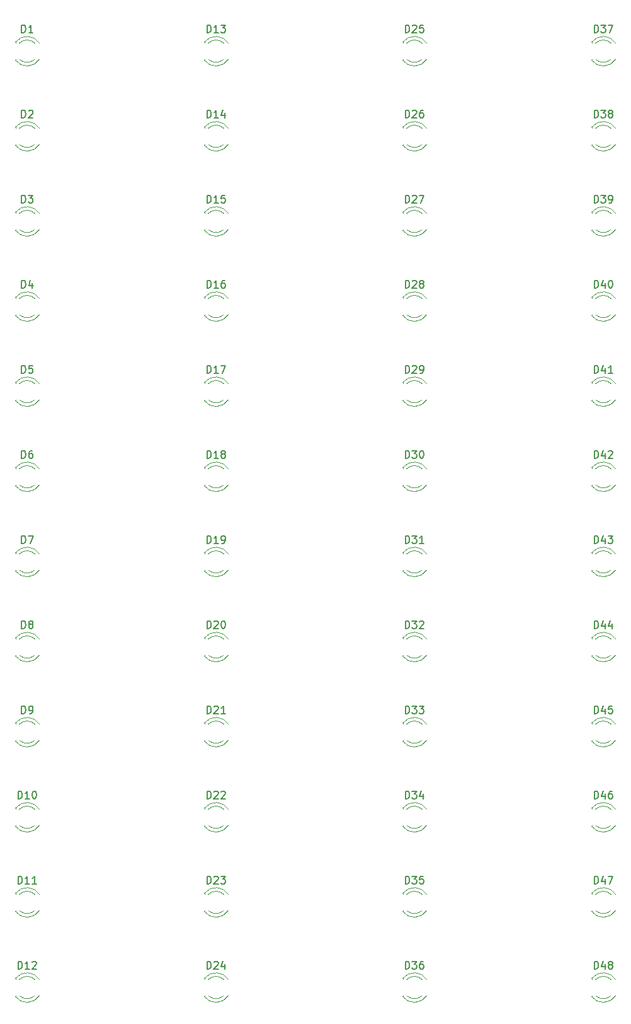
<source format=gbr>
G04 #@! TF.GenerationSoftware,KiCad,Pcbnew,(5.1.4)-1*
G04 #@! TF.CreationDate,2019-10-21T18:56:29-04:00*
G04 #@! TF.ProjectId,A-10C-CautionLED,412d3130-432d-4436-9175-74696f6e4c45,1*
G04 #@! TF.SameCoordinates,Original*
G04 #@! TF.FileFunction,Legend,Top*
G04 #@! TF.FilePolarity,Positive*
%FSLAX46Y46*%
G04 Gerber Fmt 4.6, Leading zero omitted, Abs format (unit mm)*
G04 Created by KiCad (PCBNEW (5.1.4)-1) date 2019-10-21 18:56:29*
%MOMM*%
%LPD*%
G04 APERTURE LIST*
%ADD10C,0.120000*%
%ADD11C,0.150000*%
G04 APERTURE END LIST*
D10*
X58130000Y-37910000D02*
X58130000Y-38066000D01*
X58130000Y-35594000D02*
X58130000Y-35750000D01*
X60731130Y-37909837D02*
G75*
G02X58649039Y-37910000I-1041130J1079837D01*
G01*
X60731130Y-35750163D02*
G75*
G03X58649039Y-35750000I-1041130J-1079837D01*
G01*
X61362335Y-37908608D02*
G75*
G02X58130000Y-38065516I-1672335J1078608D01*
G01*
X61362335Y-35751392D02*
G75*
G03X58130000Y-35594484I-1672335J-1078608D01*
G01*
X58130000Y-49340000D02*
X58130000Y-49496000D01*
X58130000Y-47024000D02*
X58130000Y-47180000D01*
X60731130Y-49339837D02*
G75*
G02X58649039Y-49340000I-1041130J1079837D01*
G01*
X60731130Y-47180163D02*
G75*
G03X58649039Y-47180000I-1041130J-1079837D01*
G01*
X61362335Y-49338608D02*
G75*
G02X58130000Y-49495516I-1672335J1078608D01*
G01*
X61362335Y-47181392D02*
G75*
G03X58130000Y-47024484I-1672335J-1078608D01*
G01*
X58130000Y-60770000D02*
X58130000Y-60926000D01*
X58130000Y-58454000D02*
X58130000Y-58610000D01*
X60731130Y-60769837D02*
G75*
G02X58649039Y-60770000I-1041130J1079837D01*
G01*
X60731130Y-58610163D02*
G75*
G03X58649039Y-58610000I-1041130J-1079837D01*
G01*
X61362335Y-60768608D02*
G75*
G02X58130000Y-60925516I-1672335J1078608D01*
G01*
X61362335Y-58611392D02*
G75*
G03X58130000Y-58454484I-1672335J-1078608D01*
G01*
X58130000Y-72200000D02*
X58130000Y-72356000D01*
X58130000Y-69884000D02*
X58130000Y-70040000D01*
X60731130Y-72199837D02*
G75*
G02X58649039Y-72200000I-1041130J1079837D01*
G01*
X60731130Y-70040163D02*
G75*
G03X58649039Y-70040000I-1041130J-1079837D01*
G01*
X61362335Y-72198608D02*
G75*
G02X58130000Y-72355516I-1672335J1078608D01*
G01*
X61362335Y-70041392D02*
G75*
G03X58130000Y-69884484I-1672335J-1078608D01*
G01*
X61362335Y-81471392D02*
G75*
G03X58130000Y-81314484I-1672335J-1078608D01*
G01*
X61362335Y-83628608D02*
G75*
G02X58130000Y-83785516I-1672335J1078608D01*
G01*
X60731130Y-81470163D02*
G75*
G03X58649039Y-81470000I-1041130J-1079837D01*
G01*
X60731130Y-83629837D02*
G75*
G02X58649039Y-83630000I-1041130J1079837D01*
G01*
X58130000Y-81314000D02*
X58130000Y-81470000D01*
X58130000Y-83630000D02*
X58130000Y-83786000D01*
X61362335Y-92901392D02*
G75*
G03X58130000Y-92744484I-1672335J-1078608D01*
G01*
X61362335Y-95058608D02*
G75*
G02X58130000Y-95215516I-1672335J1078608D01*
G01*
X60731130Y-92900163D02*
G75*
G03X58649039Y-92900000I-1041130J-1079837D01*
G01*
X60731130Y-95059837D02*
G75*
G02X58649039Y-95060000I-1041130J1079837D01*
G01*
X58130000Y-92744000D02*
X58130000Y-92900000D01*
X58130000Y-95060000D02*
X58130000Y-95216000D01*
X61362335Y-104331392D02*
G75*
G03X58130000Y-104174484I-1672335J-1078608D01*
G01*
X61362335Y-106488608D02*
G75*
G02X58130000Y-106645516I-1672335J1078608D01*
G01*
X60731130Y-104330163D02*
G75*
G03X58649039Y-104330000I-1041130J-1079837D01*
G01*
X60731130Y-106489837D02*
G75*
G02X58649039Y-106490000I-1041130J1079837D01*
G01*
X58130000Y-104174000D02*
X58130000Y-104330000D01*
X58130000Y-106490000D02*
X58130000Y-106646000D01*
X58130000Y-117920000D02*
X58130000Y-118076000D01*
X58130000Y-115604000D02*
X58130000Y-115760000D01*
X60731130Y-117919837D02*
G75*
G02X58649039Y-117920000I-1041130J1079837D01*
G01*
X60731130Y-115760163D02*
G75*
G03X58649039Y-115760000I-1041130J-1079837D01*
G01*
X61362335Y-117918608D02*
G75*
G02X58130000Y-118075516I-1672335J1078608D01*
G01*
X61362335Y-115761392D02*
G75*
G03X58130000Y-115604484I-1672335J-1078608D01*
G01*
X58130000Y-129350000D02*
X58130000Y-129506000D01*
X58130000Y-127034000D02*
X58130000Y-127190000D01*
X60731130Y-129349837D02*
G75*
G02X58649039Y-129350000I-1041130J1079837D01*
G01*
X60731130Y-127190163D02*
G75*
G03X58649039Y-127190000I-1041130J-1079837D01*
G01*
X61362335Y-129348608D02*
G75*
G02X58130000Y-129505516I-1672335J1078608D01*
G01*
X61362335Y-127191392D02*
G75*
G03X58130000Y-127034484I-1672335J-1078608D01*
G01*
X58130000Y-140780000D02*
X58130000Y-140936000D01*
X58130000Y-138464000D02*
X58130000Y-138620000D01*
X60731130Y-140779837D02*
G75*
G02X58649039Y-140780000I-1041130J1079837D01*
G01*
X60731130Y-138620163D02*
G75*
G03X58649039Y-138620000I-1041130J-1079837D01*
G01*
X61362335Y-140778608D02*
G75*
G02X58130000Y-140935516I-1672335J1078608D01*
G01*
X61362335Y-138621392D02*
G75*
G03X58130000Y-138464484I-1672335J-1078608D01*
G01*
X58130000Y-152210000D02*
X58130000Y-152366000D01*
X58130000Y-149894000D02*
X58130000Y-150050000D01*
X60731130Y-152209837D02*
G75*
G02X58649039Y-152210000I-1041130J1079837D01*
G01*
X60731130Y-150050163D02*
G75*
G03X58649039Y-150050000I-1041130J-1079837D01*
G01*
X61362335Y-152208608D02*
G75*
G02X58130000Y-152365516I-1672335J1078608D01*
G01*
X61362335Y-150051392D02*
G75*
G03X58130000Y-149894484I-1672335J-1078608D01*
G01*
X61362335Y-161481392D02*
G75*
G03X58130000Y-161324484I-1672335J-1078608D01*
G01*
X61362335Y-163638608D02*
G75*
G02X58130000Y-163795516I-1672335J1078608D01*
G01*
X60731130Y-161480163D02*
G75*
G03X58649039Y-161480000I-1041130J-1079837D01*
G01*
X60731130Y-163639837D02*
G75*
G02X58649039Y-163640000I-1041130J1079837D01*
G01*
X58130000Y-161324000D02*
X58130000Y-161480000D01*
X58130000Y-163640000D02*
X58130000Y-163796000D01*
X86762335Y-35751392D02*
G75*
G03X83530000Y-35594484I-1672335J-1078608D01*
G01*
X86762335Y-37908608D02*
G75*
G02X83530000Y-38065516I-1672335J1078608D01*
G01*
X86131130Y-35750163D02*
G75*
G03X84049039Y-35750000I-1041130J-1079837D01*
G01*
X86131130Y-37909837D02*
G75*
G02X84049039Y-37910000I-1041130J1079837D01*
G01*
X83530000Y-35594000D02*
X83530000Y-35750000D01*
X83530000Y-37910000D02*
X83530000Y-38066000D01*
X86762335Y-47181392D02*
G75*
G03X83530000Y-47024484I-1672335J-1078608D01*
G01*
X86762335Y-49338608D02*
G75*
G02X83530000Y-49495516I-1672335J1078608D01*
G01*
X86131130Y-47180163D02*
G75*
G03X84049039Y-47180000I-1041130J-1079837D01*
G01*
X86131130Y-49339837D02*
G75*
G02X84049039Y-49340000I-1041130J1079837D01*
G01*
X83530000Y-47024000D02*
X83530000Y-47180000D01*
X83530000Y-49340000D02*
X83530000Y-49496000D01*
X86762335Y-58611392D02*
G75*
G03X83530000Y-58454484I-1672335J-1078608D01*
G01*
X86762335Y-60768608D02*
G75*
G02X83530000Y-60925516I-1672335J1078608D01*
G01*
X86131130Y-58610163D02*
G75*
G03X84049039Y-58610000I-1041130J-1079837D01*
G01*
X86131130Y-60769837D02*
G75*
G02X84049039Y-60770000I-1041130J1079837D01*
G01*
X83530000Y-58454000D02*
X83530000Y-58610000D01*
X83530000Y-60770000D02*
X83530000Y-60926000D01*
X86762335Y-70041392D02*
G75*
G03X83530000Y-69884484I-1672335J-1078608D01*
G01*
X86762335Y-72198608D02*
G75*
G02X83530000Y-72355516I-1672335J1078608D01*
G01*
X86131130Y-70040163D02*
G75*
G03X84049039Y-70040000I-1041130J-1079837D01*
G01*
X86131130Y-72199837D02*
G75*
G02X84049039Y-72200000I-1041130J1079837D01*
G01*
X83530000Y-69884000D02*
X83530000Y-70040000D01*
X83530000Y-72200000D02*
X83530000Y-72356000D01*
X83530000Y-83630000D02*
X83530000Y-83786000D01*
X83530000Y-81314000D02*
X83530000Y-81470000D01*
X86131130Y-83629837D02*
G75*
G02X84049039Y-83630000I-1041130J1079837D01*
G01*
X86131130Y-81470163D02*
G75*
G03X84049039Y-81470000I-1041130J-1079837D01*
G01*
X86762335Y-83628608D02*
G75*
G02X83530000Y-83785516I-1672335J1078608D01*
G01*
X86762335Y-81471392D02*
G75*
G03X83530000Y-81314484I-1672335J-1078608D01*
G01*
X83530000Y-95060000D02*
X83530000Y-95216000D01*
X83530000Y-92744000D02*
X83530000Y-92900000D01*
X86131130Y-95059837D02*
G75*
G02X84049039Y-95060000I-1041130J1079837D01*
G01*
X86131130Y-92900163D02*
G75*
G03X84049039Y-92900000I-1041130J-1079837D01*
G01*
X86762335Y-95058608D02*
G75*
G02X83530000Y-95215516I-1672335J1078608D01*
G01*
X86762335Y-92901392D02*
G75*
G03X83530000Y-92744484I-1672335J-1078608D01*
G01*
X83530000Y-106490000D02*
X83530000Y-106646000D01*
X83530000Y-104174000D02*
X83530000Y-104330000D01*
X86131130Y-106489837D02*
G75*
G02X84049039Y-106490000I-1041130J1079837D01*
G01*
X86131130Y-104330163D02*
G75*
G03X84049039Y-104330000I-1041130J-1079837D01*
G01*
X86762335Y-106488608D02*
G75*
G02X83530000Y-106645516I-1672335J1078608D01*
G01*
X86762335Y-104331392D02*
G75*
G03X83530000Y-104174484I-1672335J-1078608D01*
G01*
X86762335Y-115761392D02*
G75*
G03X83530000Y-115604484I-1672335J-1078608D01*
G01*
X86762335Y-117918608D02*
G75*
G02X83530000Y-118075516I-1672335J1078608D01*
G01*
X86131130Y-115760163D02*
G75*
G03X84049039Y-115760000I-1041130J-1079837D01*
G01*
X86131130Y-117919837D02*
G75*
G02X84049039Y-117920000I-1041130J1079837D01*
G01*
X83530000Y-115604000D02*
X83530000Y-115760000D01*
X83530000Y-117920000D02*
X83530000Y-118076000D01*
X86762335Y-127191392D02*
G75*
G03X83530000Y-127034484I-1672335J-1078608D01*
G01*
X86762335Y-129348608D02*
G75*
G02X83530000Y-129505516I-1672335J1078608D01*
G01*
X86131130Y-127190163D02*
G75*
G03X84049039Y-127190000I-1041130J-1079837D01*
G01*
X86131130Y-129349837D02*
G75*
G02X84049039Y-129350000I-1041130J1079837D01*
G01*
X83530000Y-127034000D02*
X83530000Y-127190000D01*
X83530000Y-129350000D02*
X83530000Y-129506000D01*
X86762335Y-138621392D02*
G75*
G03X83530000Y-138464484I-1672335J-1078608D01*
G01*
X86762335Y-140778608D02*
G75*
G02X83530000Y-140935516I-1672335J1078608D01*
G01*
X86131130Y-138620163D02*
G75*
G03X84049039Y-138620000I-1041130J-1079837D01*
G01*
X86131130Y-140779837D02*
G75*
G02X84049039Y-140780000I-1041130J1079837D01*
G01*
X83530000Y-138464000D02*
X83530000Y-138620000D01*
X83530000Y-140780000D02*
X83530000Y-140936000D01*
X86762335Y-150051392D02*
G75*
G03X83530000Y-149894484I-1672335J-1078608D01*
G01*
X86762335Y-152208608D02*
G75*
G02X83530000Y-152365516I-1672335J1078608D01*
G01*
X86131130Y-150050163D02*
G75*
G03X84049039Y-150050000I-1041130J-1079837D01*
G01*
X86131130Y-152209837D02*
G75*
G02X84049039Y-152210000I-1041130J1079837D01*
G01*
X83530000Y-149894000D02*
X83530000Y-150050000D01*
X83530000Y-152210000D02*
X83530000Y-152366000D01*
X86762335Y-161481392D02*
G75*
G03X83530000Y-161324484I-1672335J-1078608D01*
G01*
X86762335Y-163638608D02*
G75*
G02X83530000Y-163795516I-1672335J1078608D01*
G01*
X86131130Y-161480163D02*
G75*
G03X84049039Y-161480000I-1041130J-1079837D01*
G01*
X86131130Y-163639837D02*
G75*
G02X84049039Y-163640000I-1041130J1079837D01*
G01*
X83530000Y-161324000D02*
X83530000Y-161480000D01*
X83530000Y-163640000D02*
X83530000Y-163796000D01*
X110200000Y-37910000D02*
X110200000Y-38066000D01*
X110200000Y-35594000D02*
X110200000Y-35750000D01*
X112801130Y-37909837D02*
G75*
G02X110719039Y-37910000I-1041130J1079837D01*
G01*
X112801130Y-35750163D02*
G75*
G03X110719039Y-35750000I-1041130J-1079837D01*
G01*
X113432335Y-37908608D02*
G75*
G02X110200000Y-38065516I-1672335J1078608D01*
G01*
X113432335Y-35751392D02*
G75*
G03X110200000Y-35594484I-1672335J-1078608D01*
G01*
X110200000Y-49340000D02*
X110200000Y-49496000D01*
X110200000Y-47024000D02*
X110200000Y-47180000D01*
X112801130Y-49339837D02*
G75*
G02X110719039Y-49340000I-1041130J1079837D01*
G01*
X112801130Y-47180163D02*
G75*
G03X110719039Y-47180000I-1041130J-1079837D01*
G01*
X113432335Y-49338608D02*
G75*
G02X110200000Y-49495516I-1672335J1078608D01*
G01*
X113432335Y-47181392D02*
G75*
G03X110200000Y-47024484I-1672335J-1078608D01*
G01*
X110200000Y-60770000D02*
X110200000Y-60926000D01*
X110200000Y-58454000D02*
X110200000Y-58610000D01*
X112801130Y-60769837D02*
G75*
G02X110719039Y-60770000I-1041130J1079837D01*
G01*
X112801130Y-58610163D02*
G75*
G03X110719039Y-58610000I-1041130J-1079837D01*
G01*
X113432335Y-60768608D02*
G75*
G02X110200000Y-60925516I-1672335J1078608D01*
G01*
X113432335Y-58611392D02*
G75*
G03X110200000Y-58454484I-1672335J-1078608D01*
G01*
X110200000Y-72200000D02*
X110200000Y-72356000D01*
X110200000Y-69884000D02*
X110200000Y-70040000D01*
X112801130Y-72199837D02*
G75*
G02X110719039Y-72200000I-1041130J1079837D01*
G01*
X112801130Y-70040163D02*
G75*
G03X110719039Y-70040000I-1041130J-1079837D01*
G01*
X113432335Y-72198608D02*
G75*
G02X110200000Y-72355516I-1672335J1078608D01*
G01*
X113432335Y-70041392D02*
G75*
G03X110200000Y-69884484I-1672335J-1078608D01*
G01*
X113432335Y-81471392D02*
G75*
G03X110200000Y-81314484I-1672335J-1078608D01*
G01*
X113432335Y-83628608D02*
G75*
G02X110200000Y-83785516I-1672335J1078608D01*
G01*
X112801130Y-81470163D02*
G75*
G03X110719039Y-81470000I-1041130J-1079837D01*
G01*
X112801130Y-83629837D02*
G75*
G02X110719039Y-83630000I-1041130J1079837D01*
G01*
X110200000Y-81314000D02*
X110200000Y-81470000D01*
X110200000Y-83630000D02*
X110200000Y-83786000D01*
X113432335Y-92901392D02*
G75*
G03X110200000Y-92744484I-1672335J-1078608D01*
G01*
X113432335Y-95058608D02*
G75*
G02X110200000Y-95215516I-1672335J1078608D01*
G01*
X112801130Y-92900163D02*
G75*
G03X110719039Y-92900000I-1041130J-1079837D01*
G01*
X112801130Y-95059837D02*
G75*
G02X110719039Y-95060000I-1041130J1079837D01*
G01*
X110200000Y-92744000D02*
X110200000Y-92900000D01*
X110200000Y-95060000D02*
X110200000Y-95216000D01*
X113432335Y-104331392D02*
G75*
G03X110200000Y-104174484I-1672335J-1078608D01*
G01*
X113432335Y-106488608D02*
G75*
G02X110200000Y-106645516I-1672335J1078608D01*
G01*
X112801130Y-104330163D02*
G75*
G03X110719039Y-104330000I-1041130J-1079837D01*
G01*
X112801130Y-106489837D02*
G75*
G02X110719039Y-106490000I-1041130J1079837D01*
G01*
X110200000Y-104174000D02*
X110200000Y-104330000D01*
X110200000Y-106490000D02*
X110200000Y-106646000D01*
X110200000Y-117920000D02*
X110200000Y-118076000D01*
X110200000Y-115604000D02*
X110200000Y-115760000D01*
X112801130Y-117919837D02*
G75*
G02X110719039Y-117920000I-1041130J1079837D01*
G01*
X112801130Y-115760163D02*
G75*
G03X110719039Y-115760000I-1041130J-1079837D01*
G01*
X113432335Y-117918608D02*
G75*
G02X110200000Y-118075516I-1672335J1078608D01*
G01*
X113432335Y-115761392D02*
G75*
G03X110200000Y-115604484I-1672335J-1078608D01*
G01*
X113432335Y-127191392D02*
G75*
G03X110200000Y-127034484I-1672335J-1078608D01*
G01*
X113432335Y-129348608D02*
G75*
G02X110200000Y-129505516I-1672335J1078608D01*
G01*
X112801130Y-127190163D02*
G75*
G03X110719039Y-127190000I-1041130J-1079837D01*
G01*
X112801130Y-129349837D02*
G75*
G02X110719039Y-129350000I-1041130J1079837D01*
G01*
X110200000Y-127034000D02*
X110200000Y-127190000D01*
X110200000Y-129350000D02*
X110200000Y-129506000D01*
X110200000Y-140780000D02*
X110200000Y-140936000D01*
X110200000Y-138464000D02*
X110200000Y-138620000D01*
X112801130Y-140779837D02*
G75*
G02X110719039Y-140780000I-1041130J1079837D01*
G01*
X112801130Y-138620163D02*
G75*
G03X110719039Y-138620000I-1041130J-1079837D01*
G01*
X113432335Y-140778608D02*
G75*
G02X110200000Y-140935516I-1672335J1078608D01*
G01*
X113432335Y-138621392D02*
G75*
G03X110200000Y-138464484I-1672335J-1078608D01*
G01*
X113432335Y-150051392D02*
G75*
G03X110200000Y-149894484I-1672335J-1078608D01*
G01*
X113432335Y-152208608D02*
G75*
G02X110200000Y-152365516I-1672335J1078608D01*
G01*
X112801130Y-150050163D02*
G75*
G03X110719039Y-150050000I-1041130J-1079837D01*
G01*
X112801130Y-152209837D02*
G75*
G02X110719039Y-152210000I-1041130J1079837D01*
G01*
X110200000Y-149894000D02*
X110200000Y-150050000D01*
X110200000Y-152210000D02*
X110200000Y-152366000D01*
X110200000Y-163640000D02*
X110200000Y-163796000D01*
X110200000Y-161324000D02*
X110200000Y-161480000D01*
X112801130Y-163639837D02*
G75*
G02X110719039Y-163640000I-1041130J1079837D01*
G01*
X112801130Y-161480163D02*
G75*
G03X110719039Y-161480000I-1041130J-1079837D01*
G01*
X113432335Y-163638608D02*
G75*
G02X110200000Y-163795516I-1672335J1078608D01*
G01*
X113432335Y-161481392D02*
G75*
G03X110200000Y-161324484I-1672335J-1078608D01*
G01*
X138832335Y-35751392D02*
G75*
G03X135600000Y-35594484I-1672335J-1078608D01*
G01*
X138832335Y-37908608D02*
G75*
G02X135600000Y-38065516I-1672335J1078608D01*
G01*
X138201130Y-35750163D02*
G75*
G03X136119039Y-35750000I-1041130J-1079837D01*
G01*
X138201130Y-37909837D02*
G75*
G02X136119039Y-37910000I-1041130J1079837D01*
G01*
X135600000Y-35594000D02*
X135600000Y-35750000D01*
X135600000Y-37910000D02*
X135600000Y-38066000D01*
X138832335Y-47181392D02*
G75*
G03X135600000Y-47024484I-1672335J-1078608D01*
G01*
X138832335Y-49338608D02*
G75*
G02X135600000Y-49495516I-1672335J1078608D01*
G01*
X138201130Y-47180163D02*
G75*
G03X136119039Y-47180000I-1041130J-1079837D01*
G01*
X138201130Y-49339837D02*
G75*
G02X136119039Y-49340000I-1041130J1079837D01*
G01*
X135600000Y-47024000D02*
X135600000Y-47180000D01*
X135600000Y-49340000D02*
X135600000Y-49496000D01*
X138832335Y-58611392D02*
G75*
G03X135600000Y-58454484I-1672335J-1078608D01*
G01*
X138832335Y-60768608D02*
G75*
G02X135600000Y-60925516I-1672335J1078608D01*
G01*
X138201130Y-58610163D02*
G75*
G03X136119039Y-58610000I-1041130J-1079837D01*
G01*
X138201130Y-60769837D02*
G75*
G02X136119039Y-60770000I-1041130J1079837D01*
G01*
X135600000Y-58454000D02*
X135600000Y-58610000D01*
X135600000Y-60770000D02*
X135600000Y-60926000D01*
X138832335Y-70041392D02*
G75*
G03X135600000Y-69884484I-1672335J-1078608D01*
G01*
X138832335Y-72198608D02*
G75*
G02X135600000Y-72355516I-1672335J1078608D01*
G01*
X138201130Y-70040163D02*
G75*
G03X136119039Y-70040000I-1041130J-1079837D01*
G01*
X138201130Y-72199837D02*
G75*
G02X136119039Y-72200000I-1041130J1079837D01*
G01*
X135600000Y-69884000D02*
X135600000Y-70040000D01*
X135600000Y-72200000D02*
X135600000Y-72356000D01*
X135600000Y-83630000D02*
X135600000Y-83786000D01*
X135600000Y-81314000D02*
X135600000Y-81470000D01*
X138201130Y-83629837D02*
G75*
G02X136119039Y-83630000I-1041130J1079837D01*
G01*
X138201130Y-81470163D02*
G75*
G03X136119039Y-81470000I-1041130J-1079837D01*
G01*
X138832335Y-83628608D02*
G75*
G02X135600000Y-83785516I-1672335J1078608D01*
G01*
X138832335Y-81471392D02*
G75*
G03X135600000Y-81314484I-1672335J-1078608D01*
G01*
X135600000Y-95060000D02*
X135600000Y-95216000D01*
X135600000Y-92744000D02*
X135600000Y-92900000D01*
X138201130Y-95059837D02*
G75*
G02X136119039Y-95060000I-1041130J1079837D01*
G01*
X138201130Y-92900163D02*
G75*
G03X136119039Y-92900000I-1041130J-1079837D01*
G01*
X138832335Y-95058608D02*
G75*
G02X135600000Y-95215516I-1672335J1078608D01*
G01*
X138832335Y-92901392D02*
G75*
G03X135600000Y-92744484I-1672335J-1078608D01*
G01*
X135600000Y-106490000D02*
X135600000Y-106646000D01*
X135600000Y-104174000D02*
X135600000Y-104330000D01*
X138201130Y-106489837D02*
G75*
G02X136119039Y-106490000I-1041130J1079837D01*
G01*
X138201130Y-104330163D02*
G75*
G03X136119039Y-104330000I-1041130J-1079837D01*
G01*
X138832335Y-106488608D02*
G75*
G02X135600000Y-106645516I-1672335J1078608D01*
G01*
X138832335Y-104331392D02*
G75*
G03X135600000Y-104174484I-1672335J-1078608D01*
G01*
X135600000Y-117920000D02*
X135600000Y-118076000D01*
X135600000Y-115604000D02*
X135600000Y-115760000D01*
X138201130Y-117919837D02*
G75*
G02X136119039Y-117920000I-1041130J1079837D01*
G01*
X138201130Y-115760163D02*
G75*
G03X136119039Y-115760000I-1041130J-1079837D01*
G01*
X138832335Y-117918608D02*
G75*
G02X135600000Y-118075516I-1672335J1078608D01*
G01*
X138832335Y-115761392D02*
G75*
G03X135600000Y-115604484I-1672335J-1078608D01*
G01*
X135600000Y-129350000D02*
X135600000Y-129506000D01*
X135600000Y-127034000D02*
X135600000Y-127190000D01*
X138201130Y-129349837D02*
G75*
G02X136119039Y-129350000I-1041130J1079837D01*
G01*
X138201130Y-127190163D02*
G75*
G03X136119039Y-127190000I-1041130J-1079837D01*
G01*
X138832335Y-129348608D02*
G75*
G02X135600000Y-129505516I-1672335J1078608D01*
G01*
X138832335Y-127191392D02*
G75*
G03X135600000Y-127034484I-1672335J-1078608D01*
G01*
X138832335Y-138621392D02*
G75*
G03X135600000Y-138464484I-1672335J-1078608D01*
G01*
X138832335Y-140778608D02*
G75*
G02X135600000Y-140935516I-1672335J1078608D01*
G01*
X138201130Y-138620163D02*
G75*
G03X136119039Y-138620000I-1041130J-1079837D01*
G01*
X138201130Y-140779837D02*
G75*
G02X136119039Y-140780000I-1041130J1079837D01*
G01*
X135600000Y-138464000D02*
X135600000Y-138620000D01*
X135600000Y-140780000D02*
X135600000Y-140936000D01*
X138832335Y-150051392D02*
G75*
G03X135600000Y-149894484I-1672335J-1078608D01*
G01*
X138832335Y-152208608D02*
G75*
G02X135600000Y-152365516I-1672335J1078608D01*
G01*
X138201130Y-150050163D02*
G75*
G03X136119039Y-150050000I-1041130J-1079837D01*
G01*
X138201130Y-152209837D02*
G75*
G02X136119039Y-152210000I-1041130J1079837D01*
G01*
X135600000Y-149894000D02*
X135600000Y-150050000D01*
X135600000Y-152210000D02*
X135600000Y-152366000D01*
X135600000Y-163640000D02*
X135600000Y-163796000D01*
X135600000Y-161324000D02*
X135600000Y-161480000D01*
X138201130Y-163639837D02*
G75*
G02X136119039Y-163640000I-1041130J1079837D01*
G01*
X138201130Y-161480163D02*
G75*
G03X136119039Y-161480000I-1041130J-1079837D01*
G01*
X138832335Y-163638608D02*
G75*
G02X135600000Y-163795516I-1672335J1078608D01*
G01*
X138832335Y-161481392D02*
G75*
G03X135600000Y-161324484I-1672335J-1078608D01*
G01*
D11*
X58951904Y-34322380D02*
X58951904Y-33322380D01*
X59190000Y-33322380D01*
X59332857Y-33370000D01*
X59428095Y-33465238D01*
X59475714Y-33560476D01*
X59523333Y-33750952D01*
X59523333Y-33893809D01*
X59475714Y-34084285D01*
X59428095Y-34179523D01*
X59332857Y-34274761D01*
X59190000Y-34322380D01*
X58951904Y-34322380D01*
X60475714Y-34322380D02*
X59904285Y-34322380D01*
X60190000Y-34322380D02*
X60190000Y-33322380D01*
X60094761Y-33465238D01*
X59999523Y-33560476D01*
X59904285Y-33608095D01*
X58951904Y-45752380D02*
X58951904Y-44752380D01*
X59190000Y-44752380D01*
X59332857Y-44800000D01*
X59428095Y-44895238D01*
X59475714Y-44990476D01*
X59523333Y-45180952D01*
X59523333Y-45323809D01*
X59475714Y-45514285D01*
X59428095Y-45609523D01*
X59332857Y-45704761D01*
X59190000Y-45752380D01*
X58951904Y-45752380D01*
X59904285Y-44847619D02*
X59951904Y-44800000D01*
X60047142Y-44752380D01*
X60285238Y-44752380D01*
X60380476Y-44800000D01*
X60428095Y-44847619D01*
X60475714Y-44942857D01*
X60475714Y-45038095D01*
X60428095Y-45180952D01*
X59856666Y-45752380D01*
X60475714Y-45752380D01*
X58951904Y-57182380D02*
X58951904Y-56182380D01*
X59190000Y-56182380D01*
X59332857Y-56230000D01*
X59428095Y-56325238D01*
X59475714Y-56420476D01*
X59523333Y-56610952D01*
X59523333Y-56753809D01*
X59475714Y-56944285D01*
X59428095Y-57039523D01*
X59332857Y-57134761D01*
X59190000Y-57182380D01*
X58951904Y-57182380D01*
X59856666Y-56182380D02*
X60475714Y-56182380D01*
X60142380Y-56563333D01*
X60285238Y-56563333D01*
X60380476Y-56610952D01*
X60428095Y-56658571D01*
X60475714Y-56753809D01*
X60475714Y-56991904D01*
X60428095Y-57087142D01*
X60380476Y-57134761D01*
X60285238Y-57182380D01*
X59999523Y-57182380D01*
X59904285Y-57134761D01*
X59856666Y-57087142D01*
X58951904Y-68612380D02*
X58951904Y-67612380D01*
X59190000Y-67612380D01*
X59332857Y-67660000D01*
X59428095Y-67755238D01*
X59475714Y-67850476D01*
X59523333Y-68040952D01*
X59523333Y-68183809D01*
X59475714Y-68374285D01*
X59428095Y-68469523D01*
X59332857Y-68564761D01*
X59190000Y-68612380D01*
X58951904Y-68612380D01*
X60380476Y-67945714D02*
X60380476Y-68612380D01*
X60142380Y-67564761D02*
X59904285Y-68279047D01*
X60523333Y-68279047D01*
X58951904Y-80042380D02*
X58951904Y-79042380D01*
X59190000Y-79042380D01*
X59332857Y-79090000D01*
X59428095Y-79185238D01*
X59475714Y-79280476D01*
X59523333Y-79470952D01*
X59523333Y-79613809D01*
X59475714Y-79804285D01*
X59428095Y-79899523D01*
X59332857Y-79994761D01*
X59190000Y-80042380D01*
X58951904Y-80042380D01*
X60428095Y-79042380D02*
X59951904Y-79042380D01*
X59904285Y-79518571D01*
X59951904Y-79470952D01*
X60047142Y-79423333D01*
X60285238Y-79423333D01*
X60380476Y-79470952D01*
X60428095Y-79518571D01*
X60475714Y-79613809D01*
X60475714Y-79851904D01*
X60428095Y-79947142D01*
X60380476Y-79994761D01*
X60285238Y-80042380D01*
X60047142Y-80042380D01*
X59951904Y-79994761D01*
X59904285Y-79947142D01*
X58951904Y-91472380D02*
X58951904Y-90472380D01*
X59190000Y-90472380D01*
X59332857Y-90520000D01*
X59428095Y-90615238D01*
X59475714Y-90710476D01*
X59523333Y-90900952D01*
X59523333Y-91043809D01*
X59475714Y-91234285D01*
X59428095Y-91329523D01*
X59332857Y-91424761D01*
X59190000Y-91472380D01*
X58951904Y-91472380D01*
X60380476Y-90472380D02*
X60190000Y-90472380D01*
X60094761Y-90520000D01*
X60047142Y-90567619D01*
X59951904Y-90710476D01*
X59904285Y-90900952D01*
X59904285Y-91281904D01*
X59951904Y-91377142D01*
X59999523Y-91424761D01*
X60094761Y-91472380D01*
X60285238Y-91472380D01*
X60380476Y-91424761D01*
X60428095Y-91377142D01*
X60475714Y-91281904D01*
X60475714Y-91043809D01*
X60428095Y-90948571D01*
X60380476Y-90900952D01*
X60285238Y-90853333D01*
X60094761Y-90853333D01*
X59999523Y-90900952D01*
X59951904Y-90948571D01*
X59904285Y-91043809D01*
X58951904Y-102902380D02*
X58951904Y-101902380D01*
X59190000Y-101902380D01*
X59332857Y-101950000D01*
X59428095Y-102045238D01*
X59475714Y-102140476D01*
X59523333Y-102330952D01*
X59523333Y-102473809D01*
X59475714Y-102664285D01*
X59428095Y-102759523D01*
X59332857Y-102854761D01*
X59190000Y-102902380D01*
X58951904Y-102902380D01*
X59856666Y-101902380D02*
X60523333Y-101902380D01*
X60094761Y-102902380D01*
X58951904Y-114332380D02*
X58951904Y-113332380D01*
X59190000Y-113332380D01*
X59332857Y-113380000D01*
X59428095Y-113475238D01*
X59475714Y-113570476D01*
X59523333Y-113760952D01*
X59523333Y-113903809D01*
X59475714Y-114094285D01*
X59428095Y-114189523D01*
X59332857Y-114284761D01*
X59190000Y-114332380D01*
X58951904Y-114332380D01*
X60094761Y-113760952D02*
X59999523Y-113713333D01*
X59951904Y-113665714D01*
X59904285Y-113570476D01*
X59904285Y-113522857D01*
X59951904Y-113427619D01*
X59999523Y-113380000D01*
X60094761Y-113332380D01*
X60285238Y-113332380D01*
X60380476Y-113380000D01*
X60428095Y-113427619D01*
X60475714Y-113522857D01*
X60475714Y-113570476D01*
X60428095Y-113665714D01*
X60380476Y-113713333D01*
X60285238Y-113760952D01*
X60094761Y-113760952D01*
X59999523Y-113808571D01*
X59951904Y-113856190D01*
X59904285Y-113951428D01*
X59904285Y-114141904D01*
X59951904Y-114237142D01*
X59999523Y-114284761D01*
X60094761Y-114332380D01*
X60285238Y-114332380D01*
X60380476Y-114284761D01*
X60428095Y-114237142D01*
X60475714Y-114141904D01*
X60475714Y-113951428D01*
X60428095Y-113856190D01*
X60380476Y-113808571D01*
X60285238Y-113760952D01*
X58951904Y-125762380D02*
X58951904Y-124762380D01*
X59190000Y-124762380D01*
X59332857Y-124810000D01*
X59428095Y-124905238D01*
X59475714Y-125000476D01*
X59523333Y-125190952D01*
X59523333Y-125333809D01*
X59475714Y-125524285D01*
X59428095Y-125619523D01*
X59332857Y-125714761D01*
X59190000Y-125762380D01*
X58951904Y-125762380D01*
X59999523Y-125762380D02*
X60190000Y-125762380D01*
X60285238Y-125714761D01*
X60332857Y-125667142D01*
X60428095Y-125524285D01*
X60475714Y-125333809D01*
X60475714Y-124952857D01*
X60428095Y-124857619D01*
X60380476Y-124810000D01*
X60285238Y-124762380D01*
X60094761Y-124762380D01*
X59999523Y-124810000D01*
X59951904Y-124857619D01*
X59904285Y-124952857D01*
X59904285Y-125190952D01*
X59951904Y-125286190D01*
X59999523Y-125333809D01*
X60094761Y-125381428D01*
X60285238Y-125381428D01*
X60380476Y-125333809D01*
X60428095Y-125286190D01*
X60475714Y-125190952D01*
X58475714Y-137192380D02*
X58475714Y-136192380D01*
X58713809Y-136192380D01*
X58856666Y-136240000D01*
X58951904Y-136335238D01*
X58999523Y-136430476D01*
X59047142Y-136620952D01*
X59047142Y-136763809D01*
X58999523Y-136954285D01*
X58951904Y-137049523D01*
X58856666Y-137144761D01*
X58713809Y-137192380D01*
X58475714Y-137192380D01*
X59999523Y-137192380D02*
X59428095Y-137192380D01*
X59713809Y-137192380D02*
X59713809Y-136192380D01*
X59618571Y-136335238D01*
X59523333Y-136430476D01*
X59428095Y-136478095D01*
X60618571Y-136192380D02*
X60713809Y-136192380D01*
X60809047Y-136240000D01*
X60856666Y-136287619D01*
X60904285Y-136382857D01*
X60951904Y-136573333D01*
X60951904Y-136811428D01*
X60904285Y-137001904D01*
X60856666Y-137097142D01*
X60809047Y-137144761D01*
X60713809Y-137192380D01*
X60618571Y-137192380D01*
X60523333Y-137144761D01*
X60475714Y-137097142D01*
X60428095Y-137001904D01*
X60380476Y-136811428D01*
X60380476Y-136573333D01*
X60428095Y-136382857D01*
X60475714Y-136287619D01*
X60523333Y-136240000D01*
X60618571Y-136192380D01*
X58475714Y-148622380D02*
X58475714Y-147622380D01*
X58713809Y-147622380D01*
X58856666Y-147670000D01*
X58951904Y-147765238D01*
X58999523Y-147860476D01*
X59047142Y-148050952D01*
X59047142Y-148193809D01*
X58999523Y-148384285D01*
X58951904Y-148479523D01*
X58856666Y-148574761D01*
X58713809Y-148622380D01*
X58475714Y-148622380D01*
X59999523Y-148622380D02*
X59428095Y-148622380D01*
X59713809Y-148622380D02*
X59713809Y-147622380D01*
X59618571Y-147765238D01*
X59523333Y-147860476D01*
X59428095Y-147908095D01*
X60951904Y-148622380D02*
X60380476Y-148622380D01*
X60666190Y-148622380D02*
X60666190Y-147622380D01*
X60570952Y-147765238D01*
X60475714Y-147860476D01*
X60380476Y-147908095D01*
X58475714Y-160052380D02*
X58475714Y-159052380D01*
X58713809Y-159052380D01*
X58856666Y-159100000D01*
X58951904Y-159195238D01*
X58999523Y-159290476D01*
X59047142Y-159480952D01*
X59047142Y-159623809D01*
X58999523Y-159814285D01*
X58951904Y-159909523D01*
X58856666Y-160004761D01*
X58713809Y-160052380D01*
X58475714Y-160052380D01*
X59999523Y-160052380D02*
X59428095Y-160052380D01*
X59713809Y-160052380D02*
X59713809Y-159052380D01*
X59618571Y-159195238D01*
X59523333Y-159290476D01*
X59428095Y-159338095D01*
X60380476Y-159147619D02*
X60428095Y-159100000D01*
X60523333Y-159052380D01*
X60761428Y-159052380D01*
X60856666Y-159100000D01*
X60904285Y-159147619D01*
X60951904Y-159242857D01*
X60951904Y-159338095D01*
X60904285Y-159480952D01*
X60332857Y-160052380D01*
X60951904Y-160052380D01*
X83875714Y-34322380D02*
X83875714Y-33322380D01*
X84113809Y-33322380D01*
X84256666Y-33370000D01*
X84351904Y-33465238D01*
X84399523Y-33560476D01*
X84447142Y-33750952D01*
X84447142Y-33893809D01*
X84399523Y-34084285D01*
X84351904Y-34179523D01*
X84256666Y-34274761D01*
X84113809Y-34322380D01*
X83875714Y-34322380D01*
X85399523Y-34322380D02*
X84828095Y-34322380D01*
X85113809Y-34322380D02*
X85113809Y-33322380D01*
X85018571Y-33465238D01*
X84923333Y-33560476D01*
X84828095Y-33608095D01*
X85732857Y-33322380D02*
X86351904Y-33322380D01*
X86018571Y-33703333D01*
X86161428Y-33703333D01*
X86256666Y-33750952D01*
X86304285Y-33798571D01*
X86351904Y-33893809D01*
X86351904Y-34131904D01*
X86304285Y-34227142D01*
X86256666Y-34274761D01*
X86161428Y-34322380D01*
X85875714Y-34322380D01*
X85780476Y-34274761D01*
X85732857Y-34227142D01*
X83875714Y-45752380D02*
X83875714Y-44752380D01*
X84113809Y-44752380D01*
X84256666Y-44800000D01*
X84351904Y-44895238D01*
X84399523Y-44990476D01*
X84447142Y-45180952D01*
X84447142Y-45323809D01*
X84399523Y-45514285D01*
X84351904Y-45609523D01*
X84256666Y-45704761D01*
X84113809Y-45752380D01*
X83875714Y-45752380D01*
X85399523Y-45752380D02*
X84828095Y-45752380D01*
X85113809Y-45752380D02*
X85113809Y-44752380D01*
X85018571Y-44895238D01*
X84923333Y-44990476D01*
X84828095Y-45038095D01*
X86256666Y-45085714D02*
X86256666Y-45752380D01*
X86018571Y-44704761D02*
X85780476Y-45419047D01*
X86399523Y-45419047D01*
X83875714Y-57182380D02*
X83875714Y-56182380D01*
X84113809Y-56182380D01*
X84256666Y-56230000D01*
X84351904Y-56325238D01*
X84399523Y-56420476D01*
X84447142Y-56610952D01*
X84447142Y-56753809D01*
X84399523Y-56944285D01*
X84351904Y-57039523D01*
X84256666Y-57134761D01*
X84113809Y-57182380D01*
X83875714Y-57182380D01*
X85399523Y-57182380D02*
X84828095Y-57182380D01*
X85113809Y-57182380D02*
X85113809Y-56182380D01*
X85018571Y-56325238D01*
X84923333Y-56420476D01*
X84828095Y-56468095D01*
X86304285Y-56182380D02*
X85828095Y-56182380D01*
X85780476Y-56658571D01*
X85828095Y-56610952D01*
X85923333Y-56563333D01*
X86161428Y-56563333D01*
X86256666Y-56610952D01*
X86304285Y-56658571D01*
X86351904Y-56753809D01*
X86351904Y-56991904D01*
X86304285Y-57087142D01*
X86256666Y-57134761D01*
X86161428Y-57182380D01*
X85923333Y-57182380D01*
X85828095Y-57134761D01*
X85780476Y-57087142D01*
X83875714Y-68612380D02*
X83875714Y-67612380D01*
X84113809Y-67612380D01*
X84256666Y-67660000D01*
X84351904Y-67755238D01*
X84399523Y-67850476D01*
X84447142Y-68040952D01*
X84447142Y-68183809D01*
X84399523Y-68374285D01*
X84351904Y-68469523D01*
X84256666Y-68564761D01*
X84113809Y-68612380D01*
X83875714Y-68612380D01*
X85399523Y-68612380D02*
X84828095Y-68612380D01*
X85113809Y-68612380D02*
X85113809Y-67612380D01*
X85018571Y-67755238D01*
X84923333Y-67850476D01*
X84828095Y-67898095D01*
X86256666Y-67612380D02*
X86066190Y-67612380D01*
X85970952Y-67660000D01*
X85923333Y-67707619D01*
X85828095Y-67850476D01*
X85780476Y-68040952D01*
X85780476Y-68421904D01*
X85828095Y-68517142D01*
X85875714Y-68564761D01*
X85970952Y-68612380D01*
X86161428Y-68612380D01*
X86256666Y-68564761D01*
X86304285Y-68517142D01*
X86351904Y-68421904D01*
X86351904Y-68183809D01*
X86304285Y-68088571D01*
X86256666Y-68040952D01*
X86161428Y-67993333D01*
X85970952Y-67993333D01*
X85875714Y-68040952D01*
X85828095Y-68088571D01*
X85780476Y-68183809D01*
X83875714Y-80042380D02*
X83875714Y-79042380D01*
X84113809Y-79042380D01*
X84256666Y-79090000D01*
X84351904Y-79185238D01*
X84399523Y-79280476D01*
X84447142Y-79470952D01*
X84447142Y-79613809D01*
X84399523Y-79804285D01*
X84351904Y-79899523D01*
X84256666Y-79994761D01*
X84113809Y-80042380D01*
X83875714Y-80042380D01*
X85399523Y-80042380D02*
X84828095Y-80042380D01*
X85113809Y-80042380D02*
X85113809Y-79042380D01*
X85018571Y-79185238D01*
X84923333Y-79280476D01*
X84828095Y-79328095D01*
X85732857Y-79042380D02*
X86399523Y-79042380D01*
X85970952Y-80042380D01*
X83875714Y-91472380D02*
X83875714Y-90472380D01*
X84113809Y-90472380D01*
X84256666Y-90520000D01*
X84351904Y-90615238D01*
X84399523Y-90710476D01*
X84447142Y-90900952D01*
X84447142Y-91043809D01*
X84399523Y-91234285D01*
X84351904Y-91329523D01*
X84256666Y-91424761D01*
X84113809Y-91472380D01*
X83875714Y-91472380D01*
X85399523Y-91472380D02*
X84828095Y-91472380D01*
X85113809Y-91472380D02*
X85113809Y-90472380D01*
X85018571Y-90615238D01*
X84923333Y-90710476D01*
X84828095Y-90758095D01*
X85970952Y-90900952D02*
X85875714Y-90853333D01*
X85828095Y-90805714D01*
X85780476Y-90710476D01*
X85780476Y-90662857D01*
X85828095Y-90567619D01*
X85875714Y-90520000D01*
X85970952Y-90472380D01*
X86161428Y-90472380D01*
X86256666Y-90520000D01*
X86304285Y-90567619D01*
X86351904Y-90662857D01*
X86351904Y-90710476D01*
X86304285Y-90805714D01*
X86256666Y-90853333D01*
X86161428Y-90900952D01*
X85970952Y-90900952D01*
X85875714Y-90948571D01*
X85828095Y-90996190D01*
X85780476Y-91091428D01*
X85780476Y-91281904D01*
X85828095Y-91377142D01*
X85875714Y-91424761D01*
X85970952Y-91472380D01*
X86161428Y-91472380D01*
X86256666Y-91424761D01*
X86304285Y-91377142D01*
X86351904Y-91281904D01*
X86351904Y-91091428D01*
X86304285Y-90996190D01*
X86256666Y-90948571D01*
X86161428Y-90900952D01*
X83875714Y-102902380D02*
X83875714Y-101902380D01*
X84113809Y-101902380D01*
X84256666Y-101950000D01*
X84351904Y-102045238D01*
X84399523Y-102140476D01*
X84447142Y-102330952D01*
X84447142Y-102473809D01*
X84399523Y-102664285D01*
X84351904Y-102759523D01*
X84256666Y-102854761D01*
X84113809Y-102902380D01*
X83875714Y-102902380D01*
X85399523Y-102902380D02*
X84828095Y-102902380D01*
X85113809Y-102902380D02*
X85113809Y-101902380D01*
X85018571Y-102045238D01*
X84923333Y-102140476D01*
X84828095Y-102188095D01*
X85875714Y-102902380D02*
X86066190Y-102902380D01*
X86161428Y-102854761D01*
X86209047Y-102807142D01*
X86304285Y-102664285D01*
X86351904Y-102473809D01*
X86351904Y-102092857D01*
X86304285Y-101997619D01*
X86256666Y-101950000D01*
X86161428Y-101902380D01*
X85970952Y-101902380D01*
X85875714Y-101950000D01*
X85828095Y-101997619D01*
X85780476Y-102092857D01*
X85780476Y-102330952D01*
X85828095Y-102426190D01*
X85875714Y-102473809D01*
X85970952Y-102521428D01*
X86161428Y-102521428D01*
X86256666Y-102473809D01*
X86304285Y-102426190D01*
X86351904Y-102330952D01*
X83875714Y-114332380D02*
X83875714Y-113332380D01*
X84113809Y-113332380D01*
X84256666Y-113380000D01*
X84351904Y-113475238D01*
X84399523Y-113570476D01*
X84447142Y-113760952D01*
X84447142Y-113903809D01*
X84399523Y-114094285D01*
X84351904Y-114189523D01*
X84256666Y-114284761D01*
X84113809Y-114332380D01*
X83875714Y-114332380D01*
X84828095Y-113427619D02*
X84875714Y-113380000D01*
X84970952Y-113332380D01*
X85209047Y-113332380D01*
X85304285Y-113380000D01*
X85351904Y-113427619D01*
X85399523Y-113522857D01*
X85399523Y-113618095D01*
X85351904Y-113760952D01*
X84780476Y-114332380D01*
X85399523Y-114332380D01*
X86018571Y-113332380D02*
X86113809Y-113332380D01*
X86209047Y-113380000D01*
X86256666Y-113427619D01*
X86304285Y-113522857D01*
X86351904Y-113713333D01*
X86351904Y-113951428D01*
X86304285Y-114141904D01*
X86256666Y-114237142D01*
X86209047Y-114284761D01*
X86113809Y-114332380D01*
X86018571Y-114332380D01*
X85923333Y-114284761D01*
X85875714Y-114237142D01*
X85828095Y-114141904D01*
X85780476Y-113951428D01*
X85780476Y-113713333D01*
X85828095Y-113522857D01*
X85875714Y-113427619D01*
X85923333Y-113380000D01*
X86018571Y-113332380D01*
X83875714Y-125762380D02*
X83875714Y-124762380D01*
X84113809Y-124762380D01*
X84256666Y-124810000D01*
X84351904Y-124905238D01*
X84399523Y-125000476D01*
X84447142Y-125190952D01*
X84447142Y-125333809D01*
X84399523Y-125524285D01*
X84351904Y-125619523D01*
X84256666Y-125714761D01*
X84113809Y-125762380D01*
X83875714Y-125762380D01*
X84828095Y-124857619D02*
X84875714Y-124810000D01*
X84970952Y-124762380D01*
X85209047Y-124762380D01*
X85304285Y-124810000D01*
X85351904Y-124857619D01*
X85399523Y-124952857D01*
X85399523Y-125048095D01*
X85351904Y-125190952D01*
X84780476Y-125762380D01*
X85399523Y-125762380D01*
X86351904Y-125762380D02*
X85780476Y-125762380D01*
X86066190Y-125762380D02*
X86066190Y-124762380D01*
X85970952Y-124905238D01*
X85875714Y-125000476D01*
X85780476Y-125048095D01*
X83875714Y-137192380D02*
X83875714Y-136192380D01*
X84113809Y-136192380D01*
X84256666Y-136240000D01*
X84351904Y-136335238D01*
X84399523Y-136430476D01*
X84447142Y-136620952D01*
X84447142Y-136763809D01*
X84399523Y-136954285D01*
X84351904Y-137049523D01*
X84256666Y-137144761D01*
X84113809Y-137192380D01*
X83875714Y-137192380D01*
X84828095Y-136287619D02*
X84875714Y-136240000D01*
X84970952Y-136192380D01*
X85209047Y-136192380D01*
X85304285Y-136240000D01*
X85351904Y-136287619D01*
X85399523Y-136382857D01*
X85399523Y-136478095D01*
X85351904Y-136620952D01*
X84780476Y-137192380D01*
X85399523Y-137192380D01*
X85780476Y-136287619D02*
X85828095Y-136240000D01*
X85923333Y-136192380D01*
X86161428Y-136192380D01*
X86256666Y-136240000D01*
X86304285Y-136287619D01*
X86351904Y-136382857D01*
X86351904Y-136478095D01*
X86304285Y-136620952D01*
X85732857Y-137192380D01*
X86351904Y-137192380D01*
X83875714Y-148622380D02*
X83875714Y-147622380D01*
X84113809Y-147622380D01*
X84256666Y-147670000D01*
X84351904Y-147765238D01*
X84399523Y-147860476D01*
X84447142Y-148050952D01*
X84447142Y-148193809D01*
X84399523Y-148384285D01*
X84351904Y-148479523D01*
X84256666Y-148574761D01*
X84113809Y-148622380D01*
X83875714Y-148622380D01*
X84828095Y-147717619D02*
X84875714Y-147670000D01*
X84970952Y-147622380D01*
X85209047Y-147622380D01*
X85304285Y-147670000D01*
X85351904Y-147717619D01*
X85399523Y-147812857D01*
X85399523Y-147908095D01*
X85351904Y-148050952D01*
X84780476Y-148622380D01*
X85399523Y-148622380D01*
X85732857Y-147622380D02*
X86351904Y-147622380D01*
X86018571Y-148003333D01*
X86161428Y-148003333D01*
X86256666Y-148050952D01*
X86304285Y-148098571D01*
X86351904Y-148193809D01*
X86351904Y-148431904D01*
X86304285Y-148527142D01*
X86256666Y-148574761D01*
X86161428Y-148622380D01*
X85875714Y-148622380D01*
X85780476Y-148574761D01*
X85732857Y-148527142D01*
X83875714Y-160052380D02*
X83875714Y-159052380D01*
X84113809Y-159052380D01*
X84256666Y-159100000D01*
X84351904Y-159195238D01*
X84399523Y-159290476D01*
X84447142Y-159480952D01*
X84447142Y-159623809D01*
X84399523Y-159814285D01*
X84351904Y-159909523D01*
X84256666Y-160004761D01*
X84113809Y-160052380D01*
X83875714Y-160052380D01*
X84828095Y-159147619D02*
X84875714Y-159100000D01*
X84970952Y-159052380D01*
X85209047Y-159052380D01*
X85304285Y-159100000D01*
X85351904Y-159147619D01*
X85399523Y-159242857D01*
X85399523Y-159338095D01*
X85351904Y-159480952D01*
X84780476Y-160052380D01*
X85399523Y-160052380D01*
X86256666Y-159385714D02*
X86256666Y-160052380D01*
X86018571Y-159004761D02*
X85780476Y-159719047D01*
X86399523Y-159719047D01*
X110545714Y-34322380D02*
X110545714Y-33322380D01*
X110783809Y-33322380D01*
X110926666Y-33370000D01*
X111021904Y-33465238D01*
X111069523Y-33560476D01*
X111117142Y-33750952D01*
X111117142Y-33893809D01*
X111069523Y-34084285D01*
X111021904Y-34179523D01*
X110926666Y-34274761D01*
X110783809Y-34322380D01*
X110545714Y-34322380D01*
X111498095Y-33417619D02*
X111545714Y-33370000D01*
X111640952Y-33322380D01*
X111879047Y-33322380D01*
X111974285Y-33370000D01*
X112021904Y-33417619D01*
X112069523Y-33512857D01*
X112069523Y-33608095D01*
X112021904Y-33750952D01*
X111450476Y-34322380D01*
X112069523Y-34322380D01*
X112974285Y-33322380D02*
X112498095Y-33322380D01*
X112450476Y-33798571D01*
X112498095Y-33750952D01*
X112593333Y-33703333D01*
X112831428Y-33703333D01*
X112926666Y-33750952D01*
X112974285Y-33798571D01*
X113021904Y-33893809D01*
X113021904Y-34131904D01*
X112974285Y-34227142D01*
X112926666Y-34274761D01*
X112831428Y-34322380D01*
X112593333Y-34322380D01*
X112498095Y-34274761D01*
X112450476Y-34227142D01*
X110545714Y-45752380D02*
X110545714Y-44752380D01*
X110783809Y-44752380D01*
X110926666Y-44800000D01*
X111021904Y-44895238D01*
X111069523Y-44990476D01*
X111117142Y-45180952D01*
X111117142Y-45323809D01*
X111069523Y-45514285D01*
X111021904Y-45609523D01*
X110926666Y-45704761D01*
X110783809Y-45752380D01*
X110545714Y-45752380D01*
X111498095Y-44847619D02*
X111545714Y-44800000D01*
X111640952Y-44752380D01*
X111879047Y-44752380D01*
X111974285Y-44800000D01*
X112021904Y-44847619D01*
X112069523Y-44942857D01*
X112069523Y-45038095D01*
X112021904Y-45180952D01*
X111450476Y-45752380D01*
X112069523Y-45752380D01*
X112926666Y-44752380D02*
X112736190Y-44752380D01*
X112640952Y-44800000D01*
X112593333Y-44847619D01*
X112498095Y-44990476D01*
X112450476Y-45180952D01*
X112450476Y-45561904D01*
X112498095Y-45657142D01*
X112545714Y-45704761D01*
X112640952Y-45752380D01*
X112831428Y-45752380D01*
X112926666Y-45704761D01*
X112974285Y-45657142D01*
X113021904Y-45561904D01*
X113021904Y-45323809D01*
X112974285Y-45228571D01*
X112926666Y-45180952D01*
X112831428Y-45133333D01*
X112640952Y-45133333D01*
X112545714Y-45180952D01*
X112498095Y-45228571D01*
X112450476Y-45323809D01*
X110545714Y-57182380D02*
X110545714Y-56182380D01*
X110783809Y-56182380D01*
X110926666Y-56230000D01*
X111021904Y-56325238D01*
X111069523Y-56420476D01*
X111117142Y-56610952D01*
X111117142Y-56753809D01*
X111069523Y-56944285D01*
X111021904Y-57039523D01*
X110926666Y-57134761D01*
X110783809Y-57182380D01*
X110545714Y-57182380D01*
X111498095Y-56277619D02*
X111545714Y-56230000D01*
X111640952Y-56182380D01*
X111879047Y-56182380D01*
X111974285Y-56230000D01*
X112021904Y-56277619D01*
X112069523Y-56372857D01*
X112069523Y-56468095D01*
X112021904Y-56610952D01*
X111450476Y-57182380D01*
X112069523Y-57182380D01*
X112402857Y-56182380D02*
X113069523Y-56182380D01*
X112640952Y-57182380D01*
X110545714Y-68612380D02*
X110545714Y-67612380D01*
X110783809Y-67612380D01*
X110926666Y-67660000D01*
X111021904Y-67755238D01*
X111069523Y-67850476D01*
X111117142Y-68040952D01*
X111117142Y-68183809D01*
X111069523Y-68374285D01*
X111021904Y-68469523D01*
X110926666Y-68564761D01*
X110783809Y-68612380D01*
X110545714Y-68612380D01*
X111498095Y-67707619D02*
X111545714Y-67660000D01*
X111640952Y-67612380D01*
X111879047Y-67612380D01*
X111974285Y-67660000D01*
X112021904Y-67707619D01*
X112069523Y-67802857D01*
X112069523Y-67898095D01*
X112021904Y-68040952D01*
X111450476Y-68612380D01*
X112069523Y-68612380D01*
X112640952Y-68040952D02*
X112545714Y-67993333D01*
X112498095Y-67945714D01*
X112450476Y-67850476D01*
X112450476Y-67802857D01*
X112498095Y-67707619D01*
X112545714Y-67660000D01*
X112640952Y-67612380D01*
X112831428Y-67612380D01*
X112926666Y-67660000D01*
X112974285Y-67707619D01*
X113021904Y-67802857D01*
X113021904Y-67850476D01*
X112974285Y-67945714D01*
X112926666Y-67993333D01*
X112831428Y-68040952D01*
X112640952Y-68040952D01*
X112545714Y-68088571D01*
X112498095Y-68136190D01*
X112450476Y-68231428D01*
X112450476Y-68421904D01*
X112498095Y-68517142D01*
X112545714Y-68564761D01*
X112640952Y-68612380D01*
X112831428Y-68612380D01*
X112926666Y-68564761D01*
X112974285Y-68517142D01*
X113021904Y-68421904D01*
X113021904Y-68231428D01*
X112974285Y-68136190D01*
X112926666Y-68088571D01*
X112831428Y-68040952D01*
X110545714Y-80042380D02*
X110545714Y-79042380D01*
X110783809Y-79042380D01*
X110926666Y-79090000D01*
X111021904Y-79185238D01*
X111069523Y-79280476D01*
X111117142Y-79470952D01*
X111117142Y-79613809D01*
X111069523Y-79804285D01*
X111021904Y-79899523D01*
X110926666Y-79994761D01*
X110783809Y-80042380D01*
X110545714Y-80042380D01*
X111498095Y-79137619D02*
X111545714Y-79090000D01*
X111640952Y-79042380D01*
X111879047Y-79042380D01*
X111974285Y-79090000D01*
X112021904Y-79137619D01*
X112069523Y-79232857D01*
X112069523Y-79328095D01*
X112021904Y-79470952D01*
X111450476Y-80042380D01*
X112069523Y-80042380D01*
X112545714Y-80042380D02*
X112736190Y-80042380D01*
X112831428Y-79994761D01*
X112879047Y-79947142D01*
X112974285Y-79804285D01*
X113021904Y-79613809D01*
X113021904Y-79232857D01*
X112974285Y-79137619D01*
X112926666Y-79090000D01*
X112831428Y-79042380D01*
X112640952Y-79042380D01*
X112545714Y-79090000D01*
X112498095Y-79137619D01*
X112450476Y-79232857D01*
X112450476Y-79470952D01*
X112498095Y-79566190D01*
X112545714Y-79613809D01*
X112640952Y-79661428D01*
X112831428Y-79661428D01*
X112926666Y-79613809D01*
X112974285Y-79566190D01*
X113021904Y-79470952D01*
X110545714Y-91472380D02*
X110545714Y-90472380D01*
X110783809Y-90472380D01*
X110926666Y-90520000D01*
X111021904Y-90615238D01*
X111069523Y-90710476D01*
X111117142Y-90900952D01*
X111117142Y-91043809D01*
X111069523Y-91234285D01*
X111021904Y-91329523D01*
X110926666Y-91424761D01*
X110783809Y-91472380D01*
X110545714Y-91472380D01*
X111450476Y-90472380D02*
X112069523Y-90472380D01*
X111736190Y-90853333D01*
X111879047Y-90853333D01*
X111974285Y-90900952D01*
X112021904Y-90948571D01*
X112069523Y-91043809D01*
X112069523Y-91281904D01*
X112021904Y-91377142D01*
X111974285Y-91424761D01*
X111879047Y-91472380D01*
X111593333Y-91472380D01*
X111498095Y-91424761D01*
X111450476Y-91377142D01*
X112688571Y-90472380D02*
X112783809Y-90472380D01*
X112879047Y-90520000D01*
X112926666Y-90567619D01*
X112974285Y-90662857D01*
X113021904Y-90853333D01*
X113021904Y-91091428D01*
X112974285Y-91281904D01*
X112926666Y-91377142D01*
X112879047Y-91424761D01*
X112783809Y-91472380D01*
X112688571Y-91472380D01*
X112593333Y-91424761D01*
X112545714Y-91377142D01*
X112498095Y-91281904D01*
X112450476Y-91091428D01*
X112450476Y-90853333D01*
X112498095Y-90662857D01*
X112545714Y-90567619D01*
X112593333Y-90520000D01*
X112688571Y-90472380D01*
X110545714Y-102902380D02*
X110545714Y-101902380D01*
X110783809Y-101902380D01*
X110926666Y-101950000D01*
X111021904Y-102045238D01*
X111069523Y-102140476D01*
X111117142Y-102330952D01*
X111117142Y-102473809D01*
X111069523Y-102664285D01*
X111021904Y-102759523D01*
X110926666Y-102854761D01*
X110783809Y-102902380D01*
X110545714Y-102902380D01*
X111450476Y-101902380D02*
X112069523Y-101902380D01*
X111736190Y-102283333D01*
X111879047Y-102283333D01*
X111974285Y-102330952D01*
X112021904Y-102378571D01*
X112069523Y-102473809D01*
X112069523Y-102711904D01*
X112021904Y-102807142D01*
X111974285Y-102854761D01*
X111879047Y-102902380D01*
X111593333Y-102902380D01*
X111498095Y-102854761D01*
X111450476Y-102807142D01*
X113021904Y-102902380D02*
X112450476Y-102902380D01*
X112736190Y-102902380D02*
X112736190Y-101902380D01*
X112640952Y-102045238D01*
X112545714Y-102140476D01*
X112450476Y-102188095D01*
X110545714Y-114332380D02*
X110545714Y-113332380D01*
X110783809Y-113332380D01*
X110926666Y-113380000D01*
X111021904Y-113475238D01*
X111069523Y-113570476D01*
X111117142Y-113760952D01*
X111117142Y-113903809D01*
X111069523Y-114094285D01*
X111021904Y-114189523D01*
X110926666Y-114284761D01*
X110783809Y-114332380D01*
X110545714Y-114332380D01*
X111450476Y-113332380D02*
X112069523Y-113332380D01*
X111736190Y-113713333D01*
X111879047Y-113713333D01*
X111974285Y-113760952D01*
X112021904Y-113808571D01*
X112069523Y-113903809D01*
X112069523Y-114141904D01*
X112021904Y-114237142D01*
X111974285Y-114284761D01*
X111879047Y-114332380D01*
X111593333Y-114332380D01*
X111498095Y-114284761D01*
X111450476Y-114237142D01*
X112450476Y-113427619D02*
X112498095Y-113380000D01*
X112593333Y-113332380D01*
X112831428Y-113332380D01*
X112926666Y-113380000D01*
X112974285Y-113427619D01*
X113021904Y-113522857D01*
X113021904Y-113618095D01*
X112974285Y-113760952D01*
X112402857Y-114332380D01*
X113021904Y-114332380D01*
X110545714Y-125762380D02*
X110545714Y-124762380D01*
X110783809Y-124762380D01*
X110926666Y-124810000D01*
X111021904Y-124905238D01*
X111069523Y-125000476D01*
X111117142Y-125190952D01*
X111117142Y-125333809D01*
X111069523Y-125524285D01*
X111021904Y-125619523D01*
X110926666Y-125714761D01*
X110783809Y-125762380D01*
X110545714Y-125762380D01*
X111450476Y-124762380D02*
X112069523Y-124762380D01*
X111736190Y-125143333D01*
X111879047Y-125143333D01*
X111974285Y-125190952D01*
X112021904Y-125238571D01*
X112069523Y-125333809D01*
X112069523Y-125571904D01*
X112021904Y-125667142D01*
X111974285Y-125714761D01*
X111879047Y-125762380D01*
X111593333Y-125762380D01*
X111498095Y-125714761D01*
X111450476Y-125667142D01*
X112402857Y-124762380D02*
X113021904Y-124762380D01*
X112688571Y-125143333D01*
X112831428Y-125143333D01*
X112926666Y-125190952D01*
X112974285Y-125238571D01*
X113021904Y-125333809D01*
X113021904Y-125571904D01*
X112974285Y-125667142D01*
X112926666Y-125714761D01*
X112831428Y-125762380D01*
X112545714Y-125762380D01*
X112450476Y-125714761D01*
X112402857Y-125667142D01*
X110545714Y-137192380D02*
X110545714Y-136192380D01*
X110783809Y-136192380D01*
X110926666Y-136240000D01*
X111021904Y-136335238D01*
X111069523Y-136430476D01*
X111117142Y-136620952D01*
X111117142Y-136763809D01*
X111069523Y-136954285D01*
X111021904Y-137049523D01*
X110926666Y-137144761D01*
X110783809Y-137192380D01*
X110545714Y-137192380D01*
X111450476Y-136192380D02*
X112069523Y-136192380D01*
X111736190Y-136573333D01*
X111879047Y-136573333D01*
X111974285Y-136620952D01*
X112021904Y-136668571D01*
X112069523Y-136763809D01*
X112069523Y-137001904D01*
X112021904Y-137097142D01*
X111974285Y-137144761D01*
X111879047Y-137192380D01*
X111593333Y-137192380D01*
X111498095Y-137144761D01*
X111450476Y-137097142D01*
X112926666Y-136525714D02*
X112926666Y-137192380D01*
X112688571Y-136144761D02*
X112450476Y-136859047D01*
X113069523Y-136859047D01*
X110545714Y-148622380D02*
X110545714Y-147622380D01*
X110783809Y-147622380D01*
X110926666Y-147670000D01*
X111021904Y-147765238D01*
X111069523Y-147860476D01*
X111117142Y-148050952D01*
X111117142Y-148193809D01*
X111069523Y-148384285D01*
X111021904Y-148479523D01*
X110926666Y-148574761D01*
X110783809Y-148622380D01*
X110545714Y-148622380D01*
X111450476Y-147622380D02*
X112069523Y-147622380D01*
X111736190Y-148003333D01*
X111879047Y-148003333D01*
X111974285Y-148050952D01*
X112021904Y-148098571D01*
X112069523Y-148193809D01*
X112069523Y-148431904D01*
X112021904Y-148527142D01*
X111974285Y-148574761D01*
X111879047Y-148622380D01*
X111593333Y-148622380D01*
X111498095Y-148574761D01*
X111450476Y-148527142D01*
X112974285Y-147622380D02*
X112498095Y-147622380D01*
X112450476Y-148098571D01*
X112498095Y-148050952D01*
X112593333Y-148003333D01*
X112831428Y-148003333D01*
X112926666Y-148050952D01*
X112974285Y-148098571D01*
X113021904Y-148193809D01*
X113021904Y-148431904D01*
X112974285Y-148527142D01*
X112926666Y-148574761D01*
X112831428Y-148622380D01*
X112593333Y-148622380D01*
X112498095Y-148574761D01*
X112450476Y-148527142D01*
X110545714Y-160052380D02*
X110545714Y-159052380D01*
X110783809Y-159052380D01*
X110926666Y-159100000D01*
X111021904Y-159195238D01*
X111069523Y-159290476D01*
X111117142Y-159480952D01*
X111117142Y-159623809D01*
X111069523Y-159814285D01*
X111021904Y-159909523D01*
X110926666Y-160004761D01*
X110783809Y-160052380D01*
X110545714Y-160052380D01*
X111450476Y-159052380D02*
X112069523Y-159052380D01*
X111736190Y-159433333D01*
X111879047Y-159433333D01*
X111974285Y-159480952D01*
X112021904Y-159528571D01*
X112069523Y-159623809D01*
X112069523Y-159861904D01*
X112021904Y-159957142D01*
X111974285Y-160004761D01*
X111879047Y-160052380D01*
X111593333Y-160052380D01*
X111498095Y-160004761D01*
X111450476Y-159957142D01*
X112926666Y-159052380D02*
X112736190Y-159052380D01*
X112640952Y-159100000D01*
X112593333Y-159147619D01*
X112498095Y-159290476D01*
X112450476Y-159480952D01*
X112450476Y-159861904D01*
X112498095Y-159957142D01*
X112545714Y-160004761D01*
X112640952Y-160052380D01*
X112831428Y-160052380D01*
X112926666Y-160004761D01*
X112974285Y-159957142D01*
X113021904Y-159861904D01*
X113021904Y-159623809D01*
X112974285Y-159528571D01*
X112926666Y-159480952D01*
X112831428Y-159433333D01*
X112640952Y-159433333D01*
X112545714Y-159480952D01*
X112498095Y-159528571D01*
X112450476Y-159623809D01*
X135945714Y-34322380D02*
X135945714Y-33322380D01*
X136183809Y-33322380D01*
X136326666Y-33370000D01*
X136421904Y-33465238D01*
X136469523Y-33560476D01*
X136517142Y-33750952D01*
X136517142Y-33893809D01*
X136469523Y-34084285D01*
X136421904Y-34179523D01*
X136326666Y-34274761D01*
X136183809Y-34322380D01*
X135945714Y-34322380D01*
X136850476Y-33322380D02*
X137469523Y-33322380D01*
X137136190Y-33703333D01*
X137279047Y-33703333D01*
X137374285Y-33750952D01*
X137421904Y-33798571D01*
X137469523Y-33893809D01*
X137469523Y-34131904D01*
X137421904Y-34227142D01*
X137374285Y-34274761D01*
X137279047Y-34322380D01*
X136993333Y-34322380D01*
X136898095Y-34274761D01*
X136850476Y-34227142D01*
X137802857Y-33322380D02*
X138469523Y-33322380D01*
X138040952Y-34322380D01*
X135945714Y-45752380D02*
X135945714Y-44752380D01*
X136183809Y-44752380D01*
X136326666Y-44800000D01*
X136421904Y-44895238D01*
X136469523Y-44990476D01*
X136517142Y-45180952D01*
X136517142Y-45323809D01*
X136469523Y-45514285D01*
X136421904Y-45609523D01*
X136326666Y-45704761D01*
X136183809Y-45752380D01*
X135945714Y-45752380D01*
X136850476Y-44752380D02*
X137469523Y-44752380D01*
X137136190Y-45133333D01*
X137279047Y-45133333D01*
X137374285Y-45180952D01*
X137421904Y-45228571D01*
X137469523Y-45323809D01*
X137469523Y-45561904D01*
X137421904Y-45657142D01*
X137374285Y-45704761D01*
X137279047Y-45752380D01*
X136993333Y-45752380D01*
X136898095Y-45704761D01*
X136850476Y-45657142D01*
X138040952Y-45180952D02*
X137945714Y-45133333D01*
X137898095Y-45085714D01*
X137850476Y-44990476D01*
X137850476Y-44942857D01*
X137898095Y-44847619D01*
X137945714Y-44800000D01*
X138040952Y-44752380D01*
X138231428Y-44752380D01*
X138326666Y-44800000D01*
X138374285Y-44847619D01*
X138421904Y-44942857D01*
X138421904Y-44990476D01*
X138374285Y-45085714D01*
X138326666Y-45133333D01*
X138231428Y-45180952D01*
X138040952Y-45180952D01*
X137945714Y-45228571D01*
X137898095Y-45276190D01*
X137850476Y-45371428D01*
X137850476Y-45561904D01*
X137898095Y-45657142D01*
X137945714Y-45704761D01*
X138040952Y-45752380D01*
X138231428Y-45752380D01*
X138326666Y-45704761D01*
X138374285Y-45657142D01*
X138421904Y-45561904D01*
X138421904Y-45371428D01*
X138374285Y-45276190D01*
X138326666Y-45228571D01*
X138231428Y-45180952D01*
X135945714Y-57182380D02*
X135945714Y-56182380D01*
X136183809Y-56182380D01*
X136326666Y-56230000D01*
X136421904Y-56325238D01*
X136469523Y-56420476D01*
X136517142Y-56610952D01*
X136517142Y-56753809D01*
X136469523Y-56944285D01*
X136421904Y-57039523D01*
X136326666Y-57134761D01*
X136183809Y-57182380D01*
X135945714Y-57182380D01*
X136850476Y-56182380D02*
X137469523Y-56182380D01*
X137136190Y-56563333D01*
X137279047Y-56563333D01*
X137374285Y-56610952D01*
X137421904Y-56658571D01*
X137469523Y-56753809D01*
X137469523Y-56991904D01*
X137421904Y-57087142D01*
X137374285Y-57134761D01*
X137279047Y-57182380D01*
X136993333Y-57182380D01*
X136898095Y-57134761D01*
X136850476Y-57087142D01*
X137945714Y-57182380D02*
X138136190Y-57182380D01*
X138231428Y-57134761D01*
X138279047Y-57087142D01*
X138374285Y-56944285D01*
X138421904Y-56753809D01*
X138421904Y-56372857D01*
X138374285Y-56277619D01*
X138326666Y-56230000D01*
X138231428Y-56182380D01*
X138040952Y-56182380D01*
X137945714Y-56230000D01*
X137898095Y-56277619D01*
X137850476Y-56372857D01*
X137850476Y-56610952D01*
X137898095Y-56706190D01*
X137945714Y-56753809D01*
X138040952Y-56801428D01*
X138231428Y-56801428D01*
X138326666Y-56753809D01*
X138374285Y-56706190D01*
X138421904Y-56610952D01*
X135945714Y-68612380D02*
X135945714Y-67612380D01*
X136183809Y-67612380D01*
X136326666Y-67660000D01*
X136421904Y-67755238D01*
X136469523Y-67850476D01*
X136517142Y-68040952D01*
X136517142Y-68183809D01*
X136469523Y-68374285D01*
X136421904Y-68469523D01*
X136326666Y-68564761D01*
X136183809Y-68612380D01*
X135945714Y-68612380D01*
X137374285Y-67945714D02*
X137374285Y-68612380D01*
X137136190Y-67564761D02*
X136898095Y-68279047D01*
X137517142Y-68279047D01*
X138088571Y-67612380D02*
X138183809Y-67612380D01*
X138279047Y-67660000D01*
X138326666Y-67707619D01*
X138374285Y-67802857D01*
X138421904Y-67993333D01*
X138421904Y-68231428D01*
X138374285Y-68421904D01*
X138326666Y-68517142D01*
X138279047Y-68564761D01*
X138183809Y-68612380D01*
X138088571Y-68612380D01*
X137993333Y-68564761D01*
X137945714Y-68517142D01*
X137898095Y-68421904D01*
X137850476Y-68231428D01*
X137850476Y-67993333D01*
X137898095Y-67802857D01*
X137945714Y-67707619D01*
X137993333Y-67660000D01*
X138088571Y-67612380D01*
X135945714Y-80042380D02*
X135945714Y-79042380D01*
X136183809Y-79042380D01*
X136326666Y-79090000D01*
X136421904Y-79185238D01*
X136469523Y-79280476D01*
X136517142Y-79470952D01*
X136517142Y-79613809D01*
X136469523Y-79804285D01*
X136421904Y-79899523D01*
X136326666Y-79994761D01*
X136183809Y-80042380D01*
X135945714Y-80042380D01*
X137374285Y-79375714D02*
X137374285Y-80042380D01*
X137136190Y-78994761D02*
X136898095Y-79709047D01*
X137517142Y-79709047D01*
X138421904Y-80042380D02*
X137850476Y-80042380D01*
X138136190Y-80042380D02*
X138136190Y-79042380D01*
X138040952Y-79185238D01*
X137945714Y-79280476D01*
X137850476Y-79328095D01*
X135945714Y-91472380D02*
X135945714Y-90472380D01*
X136183809Y-90472380D01*
X136326666Y-90520000D01*
X136421904Y-90615238D01*
X136469523Y-90710476D01*
X136517142Y-90900952D01*
X136517142Y-91043809D01*
X136469523Y-91234285D01*
X136421904Y-91329523D01*
X136326666Y-91424761D01*
X136183809Y-91472380D01*
X135945714Y-91472380D01*
X137374285Y-90805714D02*
X137374285Y-91472380D01*
X137136190Y-90424761D02*
X136898095Y-91139047D01*
X137517142Y-91139047D01*
X137850476Y-90567619D02*
X137898095Y-90520000D01*
X137993333Y-90472380D01*
X138231428Y-90472380D01*
X138326666Y-90520000D01*
X138374285Y-90567619D01*
X138421904Y-90662857D01*
X138421904Y-90758095D01*
X138374285Y-90900952D01*
X137802857Y-91472380D01*
X138421904Y-91472380D01*
X135945714Y-102902380D02*
X135945714Y-101902380D01*
X136183809Y-101902380D01*
X136326666Y-101950000D01*
X136421904Y-102045238D01*
X136469523Y-102140476D01*
X136517142Y-102330952D01*
X136517142Y-102473809D01*
X136469523Y-102664285D01*
X136421904Y-102759523D01*
X136326666Y-102854761D01*
X136183809Y-102902380D01*
X135945714Y-102902380D01*
X137374285Y-102235714D02*
X137374285Y-102902380D01*
X137136190Y-101854761D02*
X136898095Y-102569047D01*
X137517142Y-102569047D01*
X137802857Y-101902380D02*
X138421904Y-101902380D01*
X138088571Y-102283333D01*
X138231428Y-102283333D01*
X138326666Y-102330952D01*
X138374285Y-102378571D01*
X138421904Y-102473809D01*
X138421904Y-102711904D01*
X138374285Y-102807142D01*
X138326666Y-102854761D01*
X138231428Y-102902380D01*
X137945714Y-102902380D01*
X137850476Y-102854761D01*
X137802857Y-102807142D01*
X135945714Y-114332380D02*
X135945714Y-113332380D01*
X136183809Y-113332380D01*
X136326666Y-113380000D01*
X136421904Y-113475238D01*
X136469523Y-113570476D01*
X136517142Y-113760952D01*
X136517142Y-113903809D01*
X136469523Y-114094285D01*
X136421904Y-114189523D01*
X136326666Y-114284761D01*
X136183809Y-114332380D01*
X135945714Y-114332380D01*
X137374285Y-113665714D02*
X137374285Y-114332380D01*
X137136190Y-113284761D02*
X136898095Y-113999047D01*
X137517142Y-113999047D01*
X138326666Y-113665714D02*
X138326666Y-114332380D01*
X138088571Y-113284761D02*
X137850476Y-113999047D01*
X138469523Y-113999047D01*
X135945714Y-125762380D02*
X135945714Y-124762380D01*
X136183809Y-124762380D01*
X136326666Y-124810000D01*
X136421904Y-124905238D01*
X136469523Y-125000476D01*
X136517142Y-125190952D01*
X136517142Y-125333809D01*
X136469523Y-125524285D01*
X136421904Y-125619523D01*
X136326666Y-125714761D01*
X136183809Y-125762380D01*
X135945714Y-125762380D01*
X137374285Y-125095714D02*
X137374285Y-125762380D01*
X137136190Y-124714761D02*
X136898095Y-125429047D01*
X137517142Y-125429047D01*
X138374285Y-124762380D02*
X137898095Y-124762380D01*
X137850476Y-125238571D01*
X137898095Y-125190952D01*
X137993333Y-125143333D01*
X138231428Y-125143333D01*
X138326666Y-125190952D01*
X138374285Y-125238571D01*
X138421904Y-125333809D01*
X138421904Y-125571904D01*
X138374285Y-125667142D01*
X138326666Y-125714761D01*
X138231428Y-125762380D01*
X137993333Y-125762380D01*
X137898095Y-125714761D01*
X137850476Y-125667142D01*
X135945714Y-137192380D02*
X135945714Y-136192380D01*
X136183809Y-136192380D01*
X136326666Y-136240000D01*
X136421904Y-136335238D01*
X136469523Y-136430476D01*
X136517142Y-136620952D01*
X136517142Y-136763809D01*
X136469523Y-136954285D01*
X136421904Y-137049523D01*
X136326666Y-137144761D01*
X136183809Y-137192380D01*
X135945714Y-137192380D01*
X137374285Y-136525714D02*
X137374285Y-137192380D01*
X137136190Y-136144761D02*
X136898095Y-136859047D01*
X137517142Y-136859047D01*
X138326666Y-136192380D02*
X138136190Y-136192380D01*
X138040952Y-136240000D01*
X137993333Y-136287619D01*
X137898095Y-136430476D01*
X137850476Y-136620952D01*
X137850476Y-137001904D01*
X137898095Y-137097142D01*
X137945714Y-137144761D01*
X138040952Y-137192380D01*
X138231428Y-137192380D01*
X138326666Y-137144761D01*
X138374285Y-137097142D01*
X138421904Y-137001904D01*
X138421904Y-136763809D01*
X138374285Y-136668571D01*
X138326666Y-136620952D01*
X138231428Y-136573333D01*
X138040952Y-136573333D01*
X137945714Y-136620952D01*
X137898095Y-136668571D01*
X137850476Y-136763809D01*
X135945714Y-148622380D02*
X135945714Y-147622380D01*
X136183809Y-147622380D01*
X136326666Y-147670000D01*
X136421904Y-147765238D01*
X136469523Y-147860476D01*
X136517142Y-148050952D01*
X136517142Y-148193809D01*
X136469523Y-148384285D01*
X136421904Y-148479523D01*
X136326666Y-148574761D01*
X136183809Y-148622380D01*
X135945714Y-148622380D01*
X137374285Y-147955714D02*
X137374285Y-148622380D01*
X137136190Y-147574761D02*
X136898095Y-148289047D01*
X137517142Y-148289047D01*
X137802857Y-147622380D02*
X138469523Y-147622380D01*
X138040952Y-148622380D01*
X135945714Y-160052380D02*
X135945714Y-159052380D01*
X136183809Y-159052380D01*
X136326666Y-159100000D01*
X136421904Y-159195238D01*
X136469523Y-159290476D01*
X136517142Y-159480952D01*
X136517142Y-159623809D01*
X136469523Y-159814285D01*
X136421904Y-159909523D01*
X136326666Y-160004761D01*
X136183809Y-160052380D01*
X135945714Y-160052380D01*
X137374285Y-159385714D02*
X137374285Y-160052380D01*
X137136190Y-159004761D02*
X136898095Y-159719047D01*
X137517142Y-159719047D01*
X138040952Y-159480952D02*
X137945714Y-159433333D01*
X137898095Y-159385714D01*
X137850476Y-159290476D01*
X137850476Y-159242857D01*
X137898095Y-159147619D01*
X137945714Y-159100000D01*
X138040952Y-159052380D01*
X138231428Y-159052380D01*
X138326666Y-159100000D01*
X138374285Y-159147619D01*
X138421904Y-159242857D01*
X138421904Y-159290476D01*
X138374285Y-159385714D01*
X138326666Y-159433333D01*
X138231428Y-159480952D01*
X138040952Y-159480952D01*
X137945714Y-159528571D01*
X137898095Y-159576190D01*
X137850476Y-159671428D01*
X137850476Y-159861904D01*
X137898095Y-159957142D01*
X137945714Y-160004761D01*
X138040952Y-160052380D01*
X138231428Y-160052380D01*
X138326666Y-160004761D01*
X138374285Y-159957142D01*
X138421904Y-159861904D01*
X138421904Y-159671428D01*
X138374285Y-159576190D01*
X138326666Y-159528571D01*
X138231428Y-159480952D01*
M02*

</source>
